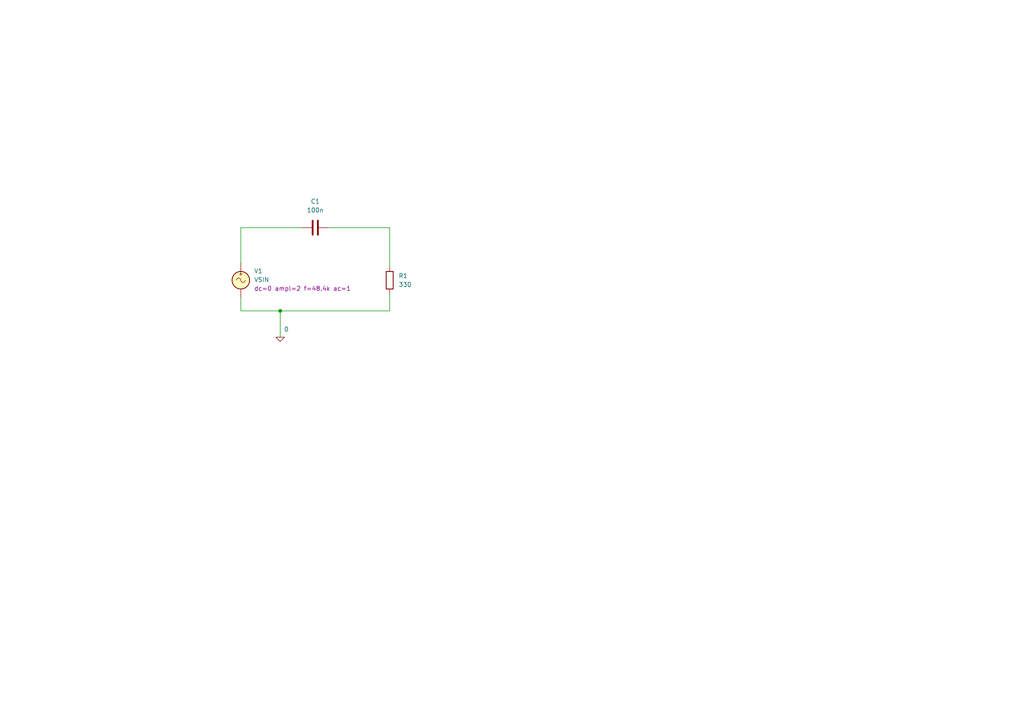
<source format=kicad_sch>
(kicad_sch (version 20250114) (generator "eeschema") (generator_version "9.0")
  (paper "A4")
  (lib_symbols
    (symbol "Device:C" (pin_numbers (hide yes)) (pin_names (offset 0.254))
      (property "Reference" "C" (at 0.635 2.54 0))
      (property "Value" "C" (at 0.635 -2.54 0))
      (symbol "C_0_1"
        (polyline (pts (xy -2.032 0.762) (xy 2.032 0.762)) (stroke (width 0.508)))
        (polyline (pts (xy -2.032 -0.762) (xy 2.032 -0.762)) (stroke (width 0.508)))
      )
      (symbol "C_1_1"
        (pin passive line (at 0 3.81 270) (length 2.794) (name "~") (number "1"))
        (pin passive line (at 0 -3.81 90) (length 2.794) (name "~") (number "2"))
      )
    )
    (symbol "Device:R" (pin_numbers (hide yes)) (pin_names (offset 0))
      (property "Reference" "R" (at 2.032 0 90))
      (property "Value" "R" (at 0 0 90))
      (symbol "R_0_1"
        (rectangle (start -1.016 -2.54) (end 1.016 2.54) (stroke (width 0.254)))
      )
      (symbol "R_1_1"
        (pin passive line (at 0 3.81 270) (length 1.27) (name "~") (number "1"))
        (pin passive line (at 0 -3.81 90) (length 1.27) (name "~") (number "2"))
      )
    )
    (symbol "Simulation_SPICE:0" (power) (pin_numbers (hide yes)) (pin_names (offset 0) (hide yes))
      (property "Value" "0" (at 0 -2.54 0))
      (symbol "0_0_1"
        (polyline (pts (xy -1.27 0) (xy 0 -1.27) (xy 1.27 0) (xy -1.27 0)))
      )
      (symbol "0_1_1"
        (pin power_in line (at 0 0 0) (length 0) (name "~") (number "1"))
      )
    )
    (symbol "Simulation_SPICE:VSIN" (pin_numbers (hide yes)) (pin_names (offset 0.0254))
      (property "Reference" "V" (at 2.54 2.54 0))
      (property "Value" "VSIN" (at 2.54 0 0))
      (property "Sim.Params" "dc=0 ampl=1 f=1k ac=1" (at 2.54 -2.54 0))
      (symbol "VSIN_0_0"
        (arc (start -1.27 0) (mid -0.635 0.6323) (end 0 0))
        (arc (start 1.27 0) (mid 0.635 -0.6323) (end 0 0))
        (text "+" (at 0 1.905 0) (effects (font (size 1.27 1.27))))
      )
      (symbol "VSIN_0_1"
        (circle (center 0 0) (radius 2.54) (stroke (width 0.254)) (fill (type background)))
      )
      (symbol "VSIN_1_1"
        (pin passive line (at 0 5.08 270) (length 2.54) (name "~") (number "1"))
        (pin passive line (at 0 -5.08 90) (length 2.54) (name "~") (number "2"))
      )
    )
  )
  (junction (at 81.28 90.17))
  (wire (pts (xy 113.03 85.09) (xy 113.03 90.17)))
  (wire (pts (xy 113.03 90.17) (xy 81.28 90.17)))
  (wire (pts (xy 113.03 66.04) (xy 113.03 77.47)))
  (wire (pts (xy 95.25 66.04) (xy 113.03 66.04)))
  (wire (pts (xy 69.85 90.17) (xy 69.85 86.36)))
  (wire (pts (xy 69.85 66.04) (xy 87.63 66.04)))
  (wire (pts (xy 81.28 90.17) (xy 81.28 97.79)))
  (wire (pts (xy 81.28 90.17) (xy 69.85 90.17)))
  (wire (pts (xy 69.85 76.2) (xy 69.85 66.04)))
  (symbol (lib_id "Device:R") (at 113.03 81.28 0) (unit 1)
    (property "Reference" "R1" (at 115.57 80.0099 0) (effects (justify left)))
    (property "Value" "330" (at 115.57 82.5499 0) (effects (justify left)))
    (property "Description" "Resistor" (effects (hide yes)))
  )
  (symbol (lib_id "Simulation_SPICE:VSIN") (at 69.85 81.28 0) (unit 1)
    (property "Reference" "V1" (at 73.66 78.6101 0) (effects (justify left)))
    (property "Value" "VSIN" (at 73.66 81.1501 0) (effects (justify left)))
    (property "Datasheet" "https://ngspice.sourceforge.io/docs/ngspice-html-manual/manual.xhtml#sec_Independent_Sources_for" (effects (hide yes)))
    (property "Description" "Voltage source, sinusoidal" (effects (hide yes)))
    (property "Sim.Pins" "1=+ 2=-" (effects (hide yes)))
    (property "Sim.Params" "dc=0 ampl=2 f=48.4k ac=1" (at 73.66 83.6901 0) (effects (justify left)))
    (property "Sim.Type" "SIN" (effects (hide yes)))
    (property "Sim.Device" "V" (effects (hide yes)))
  )
  (symbol (lib_id "Simulation_SPICE:0") (at 81.28 97.79 0) (unit 1)
    (property "Reference" "#GND01" (effects (hide yes)))
    (property "Value" "0" (at 83.058 95.504 0))
    (property "Datasheet" "https://ngspice.sourceforge.io/docs/ngspice-html-manual/manual.xhtml#subsec_Circuit_elements__device" (effects (hide yes)))
    (property "Description" "0V reference potential for simulation" (effects (hide yes)))
  )
  (symbol (lib_id "Device:C") (at 91.44 66.04 90) (unit 1)
    (property "Reference" "C1" (at 91.44 58.42 90))
    (property "Value" "100n" (at 91.44 60.96 90))
    (property "Description" "Unpolarized capacitor" (effects (hide yes)))
  )
)
</source>
